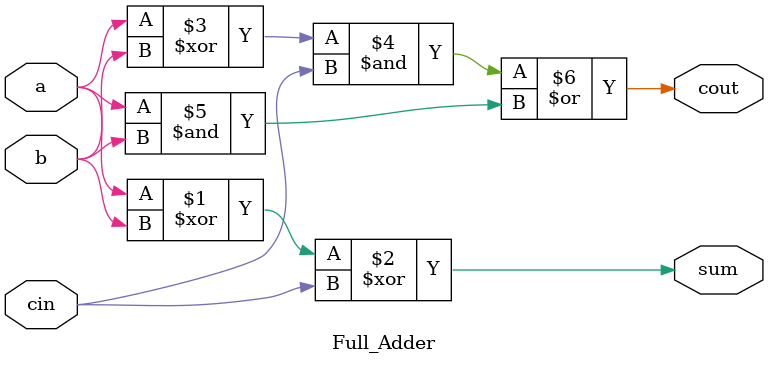
<source format=v>
`timescale 1ns / 1ps


module Full_Adder(
	input a,
	input b,
	input cin,
	output sum,
	output cout
    );
	 
	 assign sum=(a^b)^cin;
	 assign cout=((a^b)&cin)|(a&b);

endmodule

</source>
